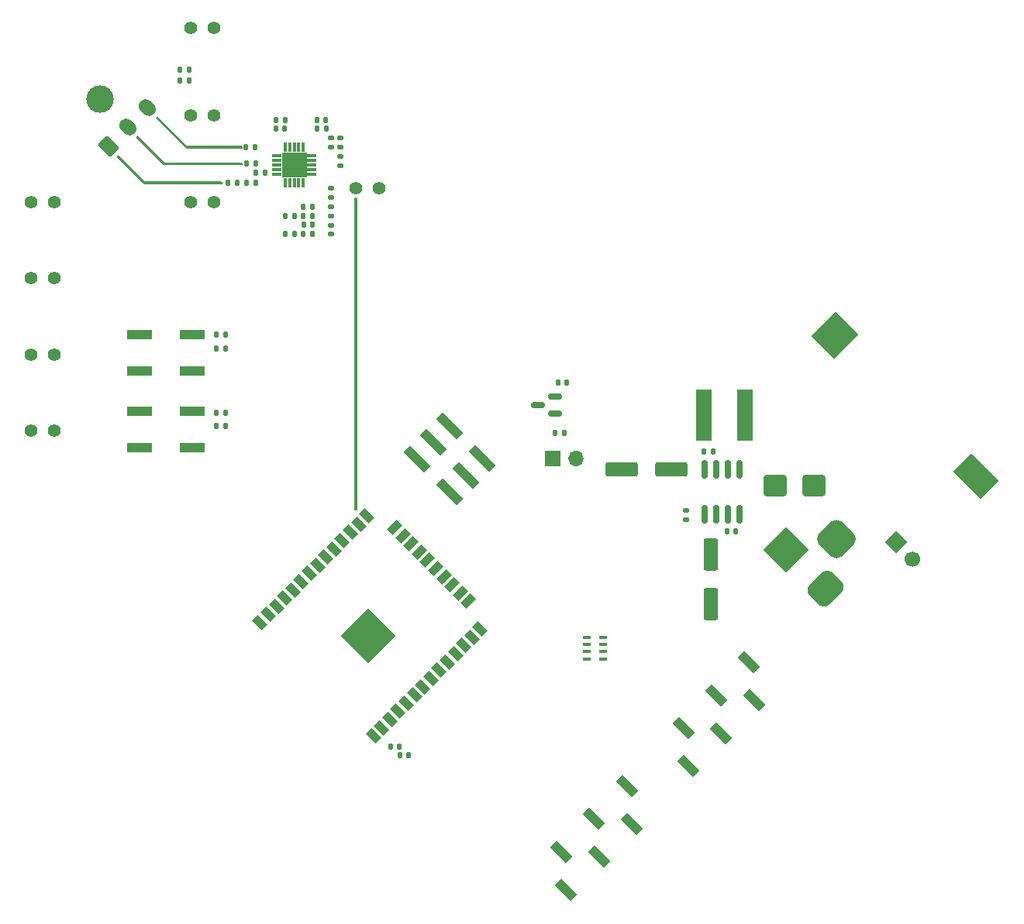
<source format=gbr>
%TF.GenerationSoftware,KiCad,Pcbnew,8.0.2*%
%TF.CreationDate,2024-12-06T21:47:17-05:00*%
%TF.ProjectId,ekg-main,656b672d-6d61-4696-9e2e-6b696361645f,rev?*%
%TF.SameCoordinates,Original*%
%TF.FileFunction,Soldermask,Top*%
%TF.FilePolarity,Negative*%
%FSLAX46Y46*%
G04 Gerber Fmt 4.6, Leading zero omitted, Abs format (unit mm)*
G04 Created by KiCad (PCBNEW 8.0.2) date 2024-12-06 21:47:17*
%MOMM*%
%LPD*%
G01*
G04 APERTURE LIST*
G04 Aperture macros list*
%AMRoundRect*
0 Rectangle with rounded corners*
0 $1 Rounding radius*
0 $2 $3 $4 $5 $6 $7 $8 $9 X,Y pos of 4 corners*
0 Add a 4 corners polygon primitive as box body*
4,1,4,$2,$3,$4,$5,$6,$7,$8,$9,$2,$3,0*
0 Add four circle primitives for the rounded corners*
1,1,$1+$1,$2,$3*
1,1,$1+$1,$4,$5*
1,1,$1+$1,$6,$7*
1,1,$1+$1,$8,$9*
0 Add four rect primitives between the rounded corners*
20,1,$1+$1,$2,$3,$4,$5,0*
20,1,$1+$1,$4,$5,$6,$7,0*
20,1,$1+$1,$6,$7,$8,$9,0*
20,1,$1+$1,$8,$9,$2,$3,0*%
%AMHorizOval*
0 Thick line with rounded ends*
0 $1 width*
0 $2 $3 position (X,Y) of the first rounded end (center of the circle)*
0 $4 $5 position (X,Y) of the second rounded end (center of the circle)*
0 Add line between two ends*
20,1,$1,$2,$3,$4,$5,0*
0 Add two circle primitives to create the rounded ends*
1,1,$1,$2,$3*
1,1,$1,$4,$5*%
%AMRotRect*
0 Rectangle, with rotation*
0 The origin of the aperture is its center*
0 $1 length*
0 $2 width*
0 $3 Rotation angle, in degrees counterclockwise*
0 Add horizontal line*
21,1,$1,$2,0,0,$3*%
G04 Aperture macros list end*
%ADD10RoundRect,0.250000X-1.000000X-0.900000X1.000000X-0.900000X1.000000X0.900000X-1.000000X0.900000X0*%
%ADD11RoundRect,0.135000X0.135000X0.185000X-0.135000X0.185000X-0.135000X-0.185000X0.135000X-0.185000X0*%
%ADD12RotRect,3.500000X3.500000X135.000000*%
%ADD13RoundRect,0.750000X1.237437X0.176777X0.176777X1.237437X-1.237437X-0.176777X-0.176777X-1.237437X0*%
%ADD14RoundRect,0.875000X1.237437X0.000000X0.000000X1.237437X-1.237437X0.000000X0.000000X-1.237437X0*%
%ADD15RoundRect,0.140000X-0.140000X-0.170000X0.140000X-0.170000X0.140000X0.170000X-0.140000X0.170000X0*%
%ADD16RoundRect,0.135000X-0.135000X-0.185000X0.135000X-0.185000X0.135000X0.185000X-0.135000X0.185000X0*%
%ADD17RoundRect,0.150000X-0.150000X0.825000X-0.150000X-0.825000X0.150000X-0.825000X0.150000X0.825000X0*%
%ADD18RotRect,1.700000X1.700000X45.000000*%
%ADD19HorizOval,1.700000X0.000000X0.000000X0.000000X0.000000X0*%
%ADD20C,1.400000*%
%ADD21RoundRect,0.140000X0.140000X0.170000X-0.140000X0.170000X-0.140000X-0.170000X0.140000X-0.170000X0*%
%ADD22RoundRect,0.135000X0.185000X-0.135000X0.185000X0.135000X-0.185000X0.135000X-0.185000X-0.135000X0*%
%ADD23RotRect,2.510000X1.000000X315.000000*%
%ADD24RoundRect,0.140000X0.170000X-0.140000X0.170000X0.140000X-0.170000X0.140000X-0.170000X-0.140000X0*%
%ADD25RotRect,1.500000X0.900000X135.000000*%
%ADD26RotRect,1.500000X0.900000X225.000000*%
%ADD27C,0.600000*%
%ADD28RotRect,4.200000X4.200000X135.000000*%
%ADD29R,0.900000X0.400000*%
%ADD30RoundRect,0.135000X-0.185000X0.135000X-0.185000X-0.135000X0.185000X-0.135000X0.185000X0.135000X0*%
%ADD31RotRect,3.150000X1.000000X315.000000*%
%ADD32R,2.750000X1.000000*%
%ADD33RoundRect,0.140000X-0.170000X0.140000X-0.170000X-0.140000X0.170000X-0.140000X0.170000X0.140000X0*%
%ADD34RotRect,2.510000X1.000000X135.000000*%
%ADD35RoundRect,0.250000X-0.550000X1.500000X-0.550000X-1.500000X0.550000X-1.500000X0.550000X1.500000X0*%
%ADD36R,1.700000X5.700000*%
%ADD37C,3.000000*%
%ADD38RoundRect,0.250001X0.183848X-0.890953X0.890953X-0.183848X-0.183848X0.890953X-0.890953X0.183848X0*%
%ADD39HorizOval,1.500000X-0.183848X0.183848X0.183848X-0.183848X0*%
%ADD40RoundRect,0.045000X-0.425000X-0.135000X0.425000X-0.135000X0.425000X0.135000X-0.425000X0.135000X0*%
%ADD41RoundRect,0.045000X-0.135000X-0.425000X0.135000X-0.425000X0.135000X0.425000X-0.135000X0.425000X0*%
%ADD42RoundRect,0.050000X-1.315000X-1.315000X1.315000X-1.315000X1.315000X1.315000X-1.315000X1.315000X0*%
%ADD43R,1.700000X1.700000*%
%ADD44O,1.700000X1.700000*%
%ADD45RoundRect,0.150000X0.587500X0.150000X-0.587500X0.150000X-0.587500X-0.150000X0.587500X-0.150000X0*%
%ADD46RoundRect,0.250000X1.500000X0.550000X-1.500000X0.550000X-1.500000X-0.550000X1.500000X-0.550000X0*%
%ADD47RotRect,3.500000X3.800000X135.000000*%
%ADD48RotRect,4.300000X2.800000X135.000000*%
G04 APERTURE END LIST*
D10*
%TO.C,D2*%
X247500000Y-98500000D03*
X251800000Y-98500000D03*
%TD*%
D11*
%TO.C,R7*%
X188810000Y-65400000D03*
X187790000Y-65400000D03*
%TD*%
D12*
%TO.C,J6*%
X248757359Y-105507359D03*
D13*
X253000000Y-109750000D03*
D14*
X254202081Y-104305277D03*
%TD*%
D15*
%TO.C,C16*%
X239770000Y-94750000D03*
X240730000Y-94750000D03*
%TD*%
D16*
%TO.C,R3*%
X189700000Y-61500000D03*
X190720000Y-61500000D03*
%TD*%
D17*
%TO.C,U4*%
X243630000Y-96680000D03*
X242360000Y-96680000D03*
X241090000Y-96680000D03*
X239820000Y-96680000D03*
X239820000Y-101630000D03*
X241090000Y-101630000D03*
X242360000Y-101630000D03*
X243630000Y-101630000D03*
%TD*%
D11*
%TO.C,R11*%
X195010000Y-71000000D03*
X193990000Y-71000000D03*
%TD*%
D18*
%TO.C,JP1*%
X260703949Y-104703949D03*
D19*
X262500000Y-106500000D03*
%TD*%
D20*
%TO.C,TP5*%
X166230000Y-67500000D03*
X168770000Y-67500000D03*
%TD*%
D21*
%TO.C,R1*%
X187480000Y-83500000D03*
X186520000Y-83500000D03*
%TD*%
D22*
%TO.C,R13*%
X199000000Y-67010000D03*
X199000000Y-65990000D03*
%TD*%
D15*
%TO.C,C15*%
X242270000Y-103500000D03*
X243230000Y-103500000D03*
%TD*%
D20*
%TO.C,TP4*%
X201730000Y-66000000D03*
X204270000Y-66000000D03*
%TD*%
%TO.C,TP8*%
X166230000Y-92500000D03*
X168770000Y-92500000D03*
%TD*%
D23*
%TO.C,J5*%
X231319866Y-131339610D03*
X231864339Y-135476185D03*
X227727764Y-134931713D03*
X228272236Y-139068287D03*
X224135661Y-138523815D03*
X224680134Y-142660390D03*
%TD*%
D21*
%TO.C,C7*%
X191780000Y-64300000D03*
X190820000Y-64300000D03*
%TD*%
D11*
%TO.C,R9*%
X194020000Y-58500000D03*
X193000000Y-58500000D03*
%TD*%
D15*
%TO.C,C4*%
X186520000Y-90500000D03*
X187480000Y-90500000D03*
%TD*%
D24*
%TO.C,C13*%
X199000000Y-61480000D03*
X199000000Y-60520000D03*
%TD*%
D16*
%TO.C,R17*%
X193990000Y-69000000D03*
X195010000Y-69000000D03*
%TD*%
D15*
%TO.C,C11*%
X196020000Y-70000000D03*
X196980000Y-70000000D03*
%TD*%
D20*
%TO.C,TP6*%
X166230000Y-75833333D03*
X168770000Y-75833333D03*
%TD*%
D25*
%TO.C,U1*%
X203633694Y-125857346D03*
X204531720Y-124959321D03*
X205429746Y-124061295D03*
X206327771Y-123163269D03*
X207225797Y-122265244D03*
X208123822Y-121367218D03*
X209021848Y-120469193D03*
X209919874Y-119571167D03*
X210817899Y-118673141D03*
X211715925Y-117775116D03*
X212613951Y-116877090D03*
X213511976Y-115979065D03*
X214410002Y-115081039D03*
X215308027Y-114183013D03*
D26*
X214042306Y-111149525D03*
X213144281Y-110251500D03*
X212246255Y-109353474D03*
X211348229Y-108455448D03*
X210450204Y-107557423D03*
X209552178Y-106659397D03*
X208654153Y-105761372D03*
X207756127Y-104863346D03*
X206858101Y-103965320D03*
X205960076Y-103067295D03*
D25*
X202933659Y-101808645D03*
X202035633Y-102706670D03*
X201137607Y-103604696D03*
X200239582Y-104502721D03*
X199341556Y-105400747D03*
X198443531Y-106298773D03*
X197545505Y-107196798D03*
X196647479Y-108094824D03*
X195749454Y-108992850D03*
X194851428Y-109890875D03*
X193953403Y-110788901D03*
X193055377Y-111686926D03*
X192157351Y-112584952D03*
X191259326Y-113482978D03*
D27*
X203656675Y-116578338D03*
X204735013Y-115500000D03*
X202578338Y-116578338D03*
X203656675Y-115500000D03*
X204735013Y-114421662D03*
X202578338Y-115500000D03*
D28*
X203117506Y-114960831D03*
D27*
X203656675Y-114421662D03*
X201500000Y-115500000D03*
X202578338Y-114421662D03*
X203656675Y-113343324D03*
X201500000Y-114421662D03*
X202578338Y-113343324D03*
%TD*%
D11*
%TO.C,R10*%
X197000000Y-71000000D03*
X195980000Y-71000000D03*
%TD*%
D29*
%TO.C,RN1*%
X228700000Y-117450000D03*
X228700000Y-116650000D03*
X228700000Y-115850000D03*
X228700000Y-115050000D03*
X227000000Y-115050000D03*
X227000000Y-115850000D03*
X227000000Y-116650000D03*
X227000000Y-117450000D03*
%TD*%
D21*
%TO.C,C5*%
X224750000Y-87250000D03*
X223790000Y-87250000D03*
%TD*%
D16*
%TO.C,R5*%
X182490000Y-54200000D03*
X183510000Y-54200000D03*
%TD*%
D30*
%TO.C,R19*%
X237760000Y-101240000D03*
X237760000Y-102260000D03*
%TD*%
D20*
%TO.C,TP1*%
X183730000Y-67500000D03*
X186270000Y-67500000D03*
%TD*%
D31*
%TO.C,J1*%
X212000000Y-92000000D03*
X215570889Y-95570889D03*
X210203948Y-93796051D03*
X213774838Y-97366941D03*
X208407897Y-95592103D03*
X211978786Y-99162992D03*
%TD*%
D32*
%TO.C,SW1*%
X178120000Y-82000000D03*
X183880000Y-82000000D03*
X178120000Y-86000000D03*
X183880000Y-86000000D03*
%TD*%
D20*
%TO.C,TP7*%
X166230000Y-84166666D03*
X168770000Y-84166666D03*
%TD*%
D30*
%TO.C,R16*%
X200000000Y-60490000D03*
X200000000Y-61510000D03*
%TD*%
D11*
%TO.C,R15*%
X198500000Y-59500000D03*
X197480000Y-59500000D03*
%TD*%
D33*
%TO.C,C9*%
X199000000Y-70020000D03*
X199000000Y-70980000D03*
%TD*%
D34*
%TO.C,J2*%
X238044473Y-129160390D03*
X237500000Y-125023815D03*
X241636575Y-125568287D03*
X241092103Y-121431713D03*
X245228678Y-121976185D03*
X244684205Y-117839610D03*
%TD*%
D35*
%TO.C,C14*%
X240500000Y-106050000D03*
X240500000Y-111450000D03*
%TD*%
D36*
%TO.C,L1*%
X244250000Y-90750000D03*
X239750000Y-90750000D03*
%TD*%
D37*
%TO.C,J4*%
X173752513Y-56252512D03*
D38*
X174685894Y-61428534D03*
D39*
X176807214Y-59307214D03*
X178928535Y-57185893D03*
%TD*%
D40*
%TO.C,U2*%
X193065000Y-62435000D03*
X193065000Y-62935000D03*
X193065000Y-63435000D03*
X193065000Y-63935000D03*
X193065000Y-64435000D03*
D41*
X194000000Y-65370000D03*
X194500000Y-65370000D03*
X195000000Y-65370000D03*
X195500000Y-65370000D03*
X196000000Y-65370000D03*
D40*
X196935000Y-64435000D03*
X196935000Y-63935000D03*
X196935000Y-63435000D03*
X196935000Y-62935000D03*
X196935000Y-62435000D03*
D41*
X196000000Y-61500000D03*
X195500000Y-61500000D03*
X195000000Y-61500000D03*
X194500000Y-61500000D03*
X194000000Y-61500000D03*
D42*
X195000000Y-63435000D03*
%TD*%
D15*
%TO.C,C8*%
X193020000Y-59500000D03*
X193980000Y-59500000D03*
%TD*%
D11*
%TO.C,R8*%
X190810000Y-65400000D03*
X189790000Y-65400000D03*
%TD*%
D16*
%TO.C,R6*%
X182490000Y-53000000D03*
X183510000Y-53000000D03*
%TD*%
D43*
%TO.C,J3*%
X223225000Y-95500000D03*
D44*
X225765000Y-95500000D03*
%TD*%
D16*
%TO.C,R4*%
X189750000Y-63250000D03*
X190770000Y-63250000D03*
%TD*%
D45*
%TO.C,D1*%
X223500000Y-90650000D03*
X223500000Y-88750000D03*
X221625000Y-89700000D03*
%TD*%
D21*
%TO.C,R2*%
X187480000Y-92000000D03*
X186520000Y-92000000D03*
%TD*%
D46*
%TO.C,C17*%
X236150000Y-96750000D03*
X230750000Y-96750000D03*
%TD*%
D20*
%TO.C,TP2*%
X186270000Y-48500000D03*
X183730000Y-48500000D03*
%TD*%
D15*
%TO.C,C10*%
X196000000Y-68000000D03*
X196960000Y-68000000D03*
%TD*%
%TO.C,C3*%
X186520000Y-82000000D03*
X187480000Y-82000000D03*
%TD*%
%TO.C,C12*%
X197500000Y-58500000D03*
X198460000Y-58500000D03*
%TD*%
%TO.C,C1*%
X205520000Y-127000000D03*
X206480000Y-127000000D03*
%TD*%
D47*
%TO.C,BT1*%
X254085072Y-82085072D03*
D48*
X269500000Y-97500000D03*
%TD*%
D20*
%TO.C,TP3*%
X183730000Y-58000000D03*
X186270000Y-58000000D03*
%TD*%
D15*
%TO.C,C6*%
X223520000Y-92750000D03*
X224480000Y-92750000D03*
%TD*%
%TO.C,C2*%
X206520000Y-128000000D03*
X207480000Y-128000000D03*
%TD*%
D22*
%TO.C,R18*%
X200000000Y-63510000D03*
X200000000Y-62490000D03*
%TD*%
D11*
%TO.C,R12*%
X197000000Y-69000000D03*
X195980000Y-69000000D03*
%TD*%
D22*
%TO.C,R14*%
X199000000Y-69010000D03*
X199000000Y-67990000D03*
%TD*%
D32*
%TO.C,SW2*%
X178120000Y-90350000D03*
X183880000Y-90350000D03*
X178120000Y-94350000D03*
X183880000Y-94350000D03*
%TD*%
G36*
X177912518Y-60265197D02*
G01*
X177938406Y-60284377D01*
X180908845Y-63152840D01*
X181000426Y-63152938D01*
X181067444Y-63172694D01*
X181113143Y-63225547D01*
X181123013Y-63294716D01*
X181117930Y-63316152D01*
X181100648Y-63367996D01*
X181060773Y-63425370D01*
X180996210Y-63452078D01*
X180983054Y-63452782D01*
X180859598Y-63452824D01*
X180792552Y-63433162D01*
X180772645Y-63417269D01*
X177765282Y-60462077D01*
X177731262Y-60401049D01*
X177735637Y-60331317D01*
X177777017Y-60275019D01*
X177778636Y-60273805D01*
X177778712Y-60273749D01*
X177844360Y-60249829D01*
X177912518Y-60265197D01*
G37*
G36*
X175809451Y-62385608D02*
G01*
X175837212Y-62406204D01*
X178707622Y-65235176D01*
X178799268Y-65235337D01*
X178866273Y-65255139D01*
X178911935Y-65308023D01*
X178921758Y-65377199D01*
X178916687Y-65398551D01*
X178899306Y-65450692D01*
X178859431Y-65508066D01*
X178794868Y-65534774D01*
X178781455Y-65535478D01*
X178658947Y-65535266D01*
X178591942Y-65515465D01*
X178571374Y-65498840D01*
X175662026Y-62582362D01*
X175628616Y-62520998D01*
X175633685Y-62451312D01*
X175675370Y-62395621D01*
X175675727Y-62395353D01*
X175741158Y-62370848D01*
X175809451Y-62385608D01*
G37*
G36*
X180098296Y-58204300D02*
G01*
X180126034Y-58224865D01*
X183299999Y-61349999D01*
X183300001Y-61350000D01*
X183391482Y-61350000D01*
X183458521Y-61369685D01*
X183504276Y-61422489D01*
X183514220Y-61491647D01*
X183509119Y-61513212D01*
X183491786Y-61565212D01*
X183451912Y-61622586D01*
X183387349Y-61649295D01*
X183374149Y-61650000D01*
X183251362Y-61650000D01*
X183184323Y-61630315D01*
X183163681Y-61613681D01*
X179951097Y-58401097D01*
X179917612Y-58339774D01*
X179922596Y-58270082D01*
X179964316Y-58214262D01*
X179964573Y-58214069D01*
X180030000Y-58189553D01*
X180098296Y-58204300D01*
G37*
G36*
X183211887Y-61271701D02*
G01*
X183243330Y-61294201D01*
X183300000Y-61349999D01*
X183300001Y-61350000D01*
X189276000Y-61350000D01*
X189343039Y-61369685D01*
X189388794Y-61422489D01*
X189400000Y-61474000D01*
X189400000Y-61526000D01*
X189380315Y-61593039D01*
X189327511Y-61638794D01*
X189276000Y-61650000D01*
X183251362Y-61650000D01*
X183184323Y-61630315D01*
X183163681Y-61613681D01*
X183056547Y-61506547D01*
X183023062Y-61445224D01*
X183026592Y-61379652D01*
X183038695Y-61343345D01*
X183078570Y-61285971D01*
X183143134Y-61259263D01*
X183211887Y-61271701D01*
G37*
G36*
X201843039Y-67019685D02*
G01*
X201888794Y-67072489D01*
X201900000Y-67124000D01*
X201900000Y-101076000D01*
X201880315Y-101143039D01*
X201827511Y-101188794D01*
X201776000Y-101200000D01*
X201674000Y-101200000D01*
X201606961Y-101180315D01*
X201561206Y-101127511D01*
X201550000Y-101076000D01*
X201550000Y-67124000D01*
X201569685Y-67056961D01*
X201622489Y-67011206D01*
X201674000Y-67000000D01*
X201776000Y-67000000D01*
X201843039Y-67019685D01*
G37*
G36*
X180820459Y-63075361D02*
G01*
X180851040Y-63097020D01*
X180908845Y-63152840D01*
X189226132Y-63161692D01*
X189293150Y-63181448D01*
X189338849Y-63234301D01*
X189350000Y-63285692D01*
X189350000Y-63326041D01*
X189330315Y-63393080D01*
X189277511Y-63438835D01*
X189226041Y-63450041D01*
X180859597Y-63452824D01*
X180792551Y-63433162D01*
X180772645Y-63417269D01*
X180665539Y-63312021D01*
X180631519Y-63250993D01*
X180634814Y-63184362D01*
X180647267Y-63147005D01*
X180687142Y-63089631D01*
X180751706Y-63062923D01*
X180820459Y-63075361D01*
G37*
G36*
X178619522Y-65156837D02*
G01*
X178651008Y-65179380D01*
X178707622Y-65235176D01*
X187026218Y-65249782D01*
X187093223Y-65269584D01*
X187138885Y-65322469D01*
X187150000Y-65373782D01*
X187150000Y-65425784D01*
X187130315Y-65492823D01*
X187077511Y-65538578D01*
X187025785Y-65549784D01*
X178658947Y-65535266D01*
X178591942Y-65515465D01*
X178571373Y-65498840D01*
X178464150Y-65391354D01*
X178430741Y-65329990D01*
X178434302Y-65264568D01*
X178446330Y-65228484D01*
X178486204Y-65171109D01*
X178550768Y-65144401D01*
X178619522Y-65156837D01*
G37*
M02*

</source>
